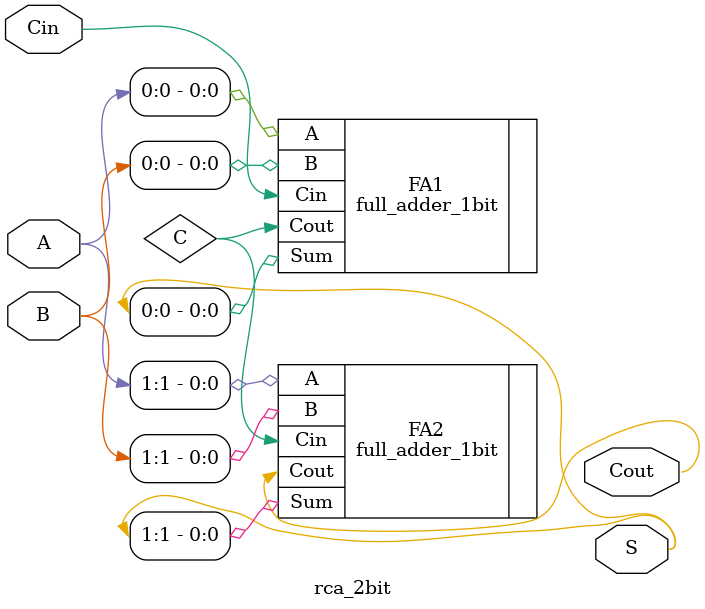
<source format=v>
`timescale 1ns / 1ps
module rca_2bit(
    input [1:0] A,
    input [1:0] B,
    input Cin,
    output Cout,
    output [1:0] S
    );

wire C;

full_adder_1bit FA1(
	.A(A[0]), .B(B[0]), .Cin(Cin), .Cout(C), .Sum(S[0])
);

full_adder_1bit FA2(
	.A(A[1]), .B(B[1]), .Cin(C), .Cout(Cout), .Sum(S[1])
);

endmodule

</source>
